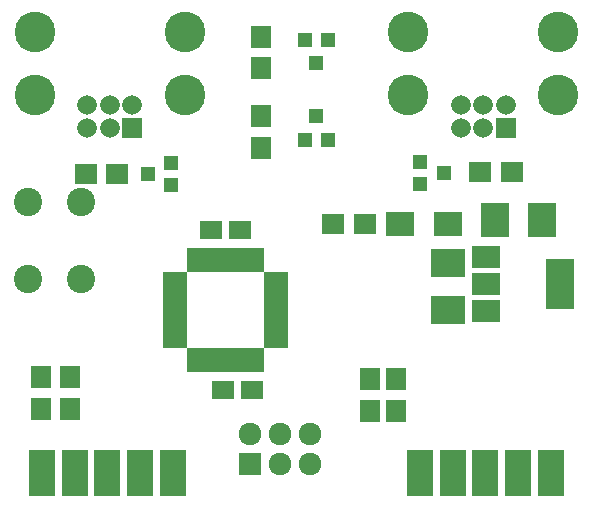
<source format=gts>
G04 #@! TF.FileFunction,Soldermask,Top*
%FSLAX46Y46*%
G04 Gerber Fmt 4.6, Leading zero omitted, Abs format (unit mm)*
G04 Created by KiCad (PCBNEW 4.0.7-e2-6376~58~ubuntu17.04.1) date Sat Dec 30 23:45:55 2017*
%MOMM*%
%LPD*%
G01*
G04 APERTURE LIST*
%ADD10C,0.100000*%
%ADD11R,1.670000X1.670000*%
%ADD12C,1.670000*%
%ADD13C,3.448000*%
%ADD14R,0.950000X2.000000*%
%ADD15R,2.000000X0.950000*%
%ADD16R,2.246667X3.880000*%
%ADD17R,1.300000X1.200000*%
%ADD18R,1.200000X1.300000*%
%ADD19R,2.400000X4.200000*%
%ADD20R,2.400000X1.900000*%
%ADD21R,1.700000X1.900000*%
%ADD22R,2.900000X2.400000*%
%ADD23R,2.400000X2.900000*%
%ADD24R,1.900000X1.650000*%
%ADD25R,1.900000X1.700000*%
%ADD26R,1.924000X1.924000*%
%ADD27C,1.924000*%
%ADD28R,2.400000X2.100000*%
%ADD29C,2.400000*%
G04 APERTURE END LIST*
D10*
D11*
X119105000Y-82388000D03*
D12*
X119105000Y-80483000D03*
X117200000Y-82388000D03*
X117200000Y-80483000D03*
X115295000Y-82388000D03*
X115295000Y-80483000D03*
D13*
X123550000Y-79594000D03*
X110850000Y-74260000D03*
X123550000Y-74260000D03*
X110850000Y-79594000D03*
D14*
X98200000Y-93550000D03*
X97400000Y-93550000D03*
X96600000Y-93550000D03*
X95800000Y-93550000D03*
X95000000Y-93550000D03*
X94200000Y-93550000D03*
X93400000Y-93550000D03*
X92600000Y-93550000D03*
D15*
X91150000Y-95000000D03*
X91150000Y-95800000D03*
X91150000Y-96600000D03*
X91150000Y-97400000D03*
X91150000Y-98200000D03*
X91150000Y-99000000D03*
X91150000Y-99800000D03*
X91150000Y-100600000D03*
D14*
X92600000Y-102050000D03*
X93400000Y-102050000D03*
X94200000Y-102050000D03*
X95000000Y-102050000D03*
X95800000Y-102050000D03*
X96600000Y-102050000D03*
X97400000Y-102050000D03*
X98200000Y-102050000D03*
D15*
X99650000Y-100600000D03*
X99650000Y-99800000D03*
X99650000Y-99000000D03*
X99650000Y-98200000D03*
X99650000Y-97400000D03*
X99650000Y-96600000D03*
X99650000Y-95800000D03*
X99650000Y-95000000D03*
D16*
X90940000Y-111600000D03*
X88170000Y-111600000D03*
X85400000Y-111600000D03*
X82630000Y-111600000D03*
X79860000Y-111600000D03*
X122940000Y-111600000D03*
X120170000Y-111600000D03*
X117400000Y-111600000D03*
X114630000Y-111600000D03*
X111860000Y-111600000D03*
D11*
X87505000Y-82388000D03*
D12*
X87505000Y-80483000D03*
X85600000Y-82388000D03*
X85600000Y-80483000D03*
X83695000Y-82388000D03*
X83695000Y-80483000D03*
D13*
X91950000Y-79594000D03*
X79250000Y-74260000D03*
X91950000Y-74260000D03*
X79250000Y-79594000D03*
D17*
X90800000Y-87250000D03*
X90800000Y-85350000D03*
X88800000Y-86300000D03*
X111900000Y-85250000D03*
X111900000Y-87150000D03*
X113900000Y-86200000D03*
D18*
X104050000Y-74900000D03*
X102150000Y-74900000D03*
X103100000Y-76900000D03*
X102150000Y-83400000D03*
X104050000Y-83400000D03*
X103100000Y-81400000D03*
D19*
X123750000Y-95600000D03*
D20*
X117450000Y-95600000D03*
X117450000Y-97900000D03*
X117450000Y-93300000D03*
D21*
X109800000Y-103650000D03*
X109800000Y-106350000D03*
X107600000Y-103650000D03*
X107600000Y-106350000D03*
X82200000Y-103450000D03*
X82200000Y-106150000D03*
X79800000Y-103450000D03*
X79800000Y-106150000D03*
D22*
X114200000Y-97800000D03*
X114200000Y-93800000D03*
D23*
X122200000Y-90200000D03*
X118200000Y-90200000D03*
D24*
X96650000Y-91000000D03*
X94150000Y-91000000D03*
X95150000Y-104600000D03*
X97650000Y-104600000D03*
D25*
X86250000Y-86300000D03*
X83550000Y-86300000D03*
X119650000Y-86100000D03*
X116950000Y-86100000D03*
D21*
X98400000Y-77350000D03*
X98400000Y-74650000D03*
X98400000Y-81400000D03*
X98400000Y-84100000D03*
D26*
X97460000Y-110870000D03*
D27*
X97460000Y-108330000D03*
X100000000Y-110870000D03*
X100000000Y-108330000D03*
X102540000Y-110870000D03*
X102540000Y-108330000D03*
D28*
X114200000Y-90500000D03*
X110200000Y-90500000D03*
D25*
X104500000Y-90500000D03*
X107200000Y-90500000D03*
D29*
X83200000Y-95200000D03*
X78700000Y-95200000D03*
X83200000Y-88700000D03*
X78700000Y-88700000D03*
M02*

</source>
